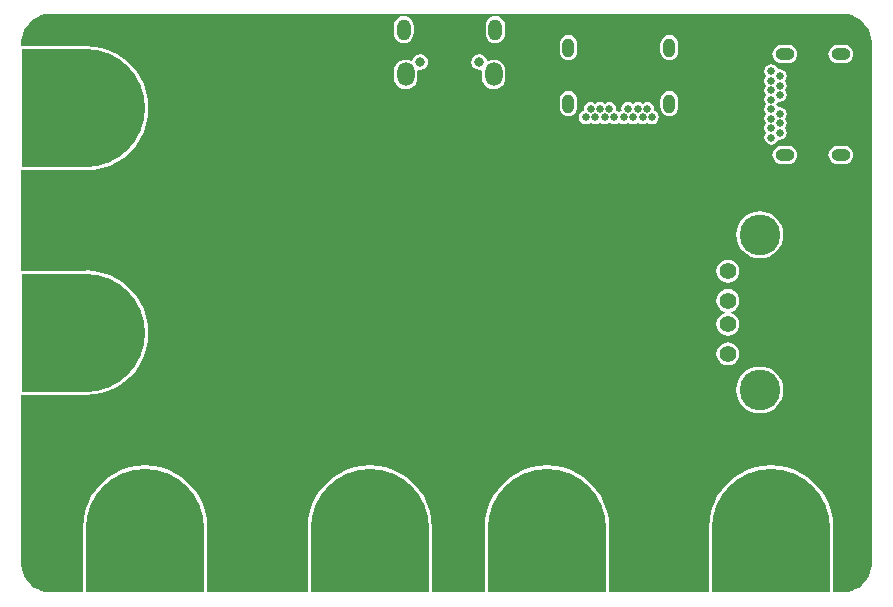
<source format=gbl>
G04 Layer_Physical_Order=2*
G04 Layer_Color=16711680*
%FSLAX25Y25*%
%MOIN*%
G70*
G01*
G75*
%ADD24R,0.39370X0.21654*%
%ADD25R,0.39370X0.21654*%
%ADD27R,0.21654X0.39370*%
%ADD28C,0.05591*%
%ADD29C,0.13583*%
%ADD30C,0.39370*%
%ADD31C,0.02559*%
%ADD32O,0.03937X0.06299*%
%ADD33C,0.03150*%
%ADD34O,0.04528X0.07087*%
%ADD35O,0.05709X0.07874*%
%ADD36O,0.06299X0.03937*%
G36*
X281444Y198613D02*
X282686Y198280D01*
X283873Y197788D01*
X284986Y197146D01*
X286006Y196363D01*
X286914Y195455D01*
X287697Y194435D01*
X288339Y193322D01*
X288831Y192134D01*
X289164Y190893D01*
X289332Y189619D01*
Y188976D01*
Y15748D01*
Y15105D01*
X289164Y13831D01*
X288831Y12590D01*
X288339Y11402D01*
X287697Y10289D01*
X286914Y9270D01*
X286006Y8361D01*
X284986Y7579D01*
X283873Y6936D01*
X282686Y6444D01*
X281444Y6112D01*
X280170Y5944D01*
X279528Y5944D01*
X276610D01*
Y27181D01*
X276635Y27559D01*
X276458Y30265D01*
X275929Y32924D01*
X275057Y35492D01*
X273858Y37924D01*
X272351Y40178D01*
X270563Y42217D01*
X268525Y44005D01*
X266270Y45511D01*
X263838Y46711D01*
X261271Y47582D01*
X258611Y48111D01*
X255906Y48289D01*
X253200Y48111D01*
X250540Y47582D01*
X247973Y46711D01*
X245541Y45511D01*
X243286Y44005D01*
X241248Y42217D01*
X239460Y40178D01*
X237953Y37924D01*
X236754Y35492D01*
X235882Y32924D01*
X235353Y30265D01*
X235176Y27559D01*
X235201Y27181D01*
Y5944D01*
X201807D01*
Y27181D01*
X201832Y27559D01*
X201654Y30265D01*
X201126Y32924D01*
X200254Y35492D01*
X199055Y37924D01*
X197548Y40178D01*
X195760Y42217D01*
X193722Y44005D01*
X191467Y45511D01*
X189035Y46711D01*
X186468Y47582D01*
X183808Y48111D01*
X181102Y48289D01*
X178397Y48111D01*
X175737Y47582D01*
X173170Y46711D01*
X170738Y45511D01*
X168483Y44005D01*
X166445Y42217D01*
X164657Y40178D01*
X163150Y37924D01*
X161951Y35492D01*
X161079Y32924D01*
X160550Y30265D01*
X160373Y27559D01*
X160398Y27181D01*
Y5944D01*
X142752D01*
Y27181D01*
X142777Y27559D01*
X142599Y30265D01*
X142070Y32924D01*
X141199Y35492D01*
X139999Y37924D01*
X138493Y40178D01*
X136705Y42217D01*
X134667Y44005D01*
X132412Y45511D01*
X129980Y46711D01*
X127412Y47582D01*
X124753Y48111D01*
X122047Y48289D01*
X119342Y48111D01*
X116682Y47582D01*
X114114Y46711D01*
X111682Y45511D01*
X109428Y44005D01*
X107389Y42217D01*
X105602Y40178D01*
X104095Y37924D01*
X102896Y35492D01*
X102024Y32924D01*
X101495Y30265D01*
X101318Y27559D01*
X101343Y27180D01*
Y5944D01*
X67949D01*
Y27181D01*
X67974Y27559D01*
X67796Y30265D01*
X67267Y32924D01*
X66396Y35492D01*
X65196Y37924D01*
X63690Y40178D01*
X61902Y42217D01*
X59863Y44005D01*
X57609Y45511D01*
X55177Y46711D01*
X52609Y47582D01*
X49950Y48111D01*
X47244Y48289D01*
X44538Y48111D01*
X41879Y47582D01*
X39311Y46711D01*
X36879Y45511D01*
X34625Y44005D01*
X32586Y42217D01*
X30798Y40178D01*
X29292Y37924D01*
X28093Y35492D01*
X27221Y32924D01*
X26692Y30265D01*
X26515Y27559D01*
X26539Y27181D01*
Y5944D01*
X15105D01*
X13831Y6112D01*
X12590Y6444D01*
X11403Y6936D01*
X10289Y7579D01*
X9270Y8361D01*
X8361Y9270D01*
X7579Y10289D01*
X6936Y11402D01*
X6444Y12590D01*
X6112Y13831D01*
X5944Y15105D01*
Y15748D01*
Y71815D01*
X27181D01*
X27559Y71790D01*
X30265Y71968D01*
X32924Y72497D01*
X35492Y73368D01*
X37924Y74568D01*
X40178Y76074D01*
X42217Y77862D01*
X44005Y79900D01*
X45511Y82155D01*
X46711Y84587D01*
X47582Y87155D01*
X48111Y89814D01*
X48289Y92520D01*
X48111Y95225D01*
X47582Y97885D01*
X46711Y100452D01*
X45511Y102884D01*
X44005Y105139D01*
X42217Y107178D01*
X40178Y108965D01*
X37924Y110472D01*
X35492Y111671D01*
X32924Y112543D01*
X30265Y113072D01*
X27559Y113249D01*
X27181Y113224D01*
X5944D01*
Y146618D01*
X27181D01*
X27559Y146593D01*
X30265Y146771D01*
X32924Y147300D01*
X35492Y148171D01*
X37924Y149371D01*
X40178Y150877D01*
X42217Y152665D01*
X44005Y154704D01*
X45511Y156958D01*
X46711Y159390D01*
X47582Y161958D01*
X48111Y164617D01*
X48289Y167323D01*
X48111Y170029D01*
X47582Y172688D01*
X46711Y175256D01*
X45511Y177688D01*
X44005Y179942D01*
X42217Y181981D01*
X40178Y183769D01*
X37924Y185275D01*
X35492Y186474D01*
X32924Y187346D01*
X30265Y187875D01*
X27559Y188052D01*
X27181Y188028D01*
X5944D01*
Y188976D01*
X5944Y189619D01*
X6112Y190893D01*
X6444Y192134D01*
X6936Y193322D01*
X7579Y194435D01*
X8361Y195455D01*
X9270Y196363D01*
X10289Y197146D01*
X11402Y197788D01*
X12590Y198280D01*
X13831Y198613D01*
X15105Y198780D01*
X280170D01*
X281444Y198613D01*
D02*
G37*
%LPC*%
G36*
X261653Y154766D02*
X259291D01*
X258516Y154664D01*
X257794Y154365D01*
X257174Y153889D01*
X256698Y153269D01*
X256399Y152547D01*
X256297Y151772D01*
X256399Y150997D01*
X256698Y150275D01*
X257174Y149654D01*
X257794Y149179D01*
X258516Y148880D01*
X259291Y148777D01*
X261653D01*
X262428Y148880D01*
X263151Y149179D01*
X263771Y149654D01*
X264247Y150275D01*
X264546Y150997D01*
X264648Y151772D01*
X264546Y152547D01*
X264247Y153269D01*
X263771Y153889D01*
X263151Y154365D01*
X262428Y154664D01*
X261653Y154766D01*
D02*
G37*
G36*
X280276D02*
X277913D01*
X277138Y154664D01*
X276416Y154365D01*
X275796Y153889D01*
X275320Y153269D01*
X275021Y152547D01*
X274919Y151772D01*
X275021Y150997D01*
X275320Y150275D01*
X275796Y149654D01*
X276416Y149179D01*
X277138Y148880D01*
X277913Y148777D01*
X280276D01*
X281050Y148880D01*
X281773Y149179D01*
X282393Y149654D01*
X282869Y150275D01*
X283168Y150997D01*
X283270Y151772D01*
X283168Y152547D01*
X282869Y153269D01*
X282393Y153889D01*
X281773Y154365D01*
X281050Y154664D01*
X280276Y154766D01*
D02*
G37*
G36*
X221937Y173081D02*
X221162Y172979D01*
X220440Y172680D01*
X219820Y172204D01*
X219344Y171584D01*
X219045Y170862D01*
X218943Y170087D01*
Y167724D01*
X219045Y166949D01*
X219344Y166227D01*
X219820Y165607D01*
X220440Y165131D01*
X221162Y164832D01*
X221937Y164730D01*
X222712Y164832D01*
X223434Y165131D01*
X224054Y165607D01*
X224530Y166227D01*
X224829Y166949D01*
X224931Y167724D01*
Y170087D01*
X224829Y170862D01*
X224530Y171584D01*
X224054Y172204D01*
X223434Y172680D01*
X222712Y172979D01*
X221937Y173081D01*
D02*
G37*
G36*
X188315D02*
X187540Y172979D01*
X186818Y172680D01*
X186198Y172204D01*
X185722Y171584D01*
X185423Y170862D01*
X185321Y170087D01*
Y167724D01*
X185423Y166949D01*
X185722Y166227D01*
X186198Y165607D01*
X186818Y165131D01*
X187540Y164832D01*
X188315Y164730D01*
X189090Y164832D01*
X189812Y165131D01*
X190432Y165607D01*
X190908Y166227D01*
X191207Y166949D01*
X191309Y167724D01*
Y170087D01*
X191207Y170862D01*
X190908Y171584D01*
X190432Y172204D01*
X189812Y172680D01*
X189090Y172979D01*
X188315Y173081D01*
D02*
G37*
G36*
X241429Y89328D02*
X240438Y89198D01*
X239515Y88815D01*
X238722Y88207D01*
X238114Y87414D01*
X237732Y86491D01*
X237601Y85500D01*
X237732Y84509D01*
X238114Y83586D01*
X238722Y82793D01*
X239515Y82185D01*
X240438Y81802D01*
X241429Y81672D01*
X242420Y81802D01*
X243343Y82185D01*
X244136Y82793D01*
X244744Y83586D01*
X245127Y84509D01*
X245257Y85500D01*
X245127Y86491D01*
X244744Y87414D01*
X244136Y88207D01*
X243343Y88815D01*
X242420Y89198D01*
X241429Y89328D01*
D02*
G37*
G36*
X252098Y81242D02*
X250571Y81092D01*
X249102Y80647D01*
X247749Y79923D01*
X246562Y78949D01*
X245589Y77763D01*
X244865Y76409D01*
X244420Y74941D01*
X244269Y73413D01*
X244420Y71886D01*
X244865Y70417D01*
X245589Y69064D01*
X246562Y67877D01*
X247749Y66904D01*
X249102Y66180D01*
X250571Y65735D01*
X252098Y65584D01*
X253626Y65735D01*
X255095Y66180D01*
X256448Y66904D01*
X257634Y67877D01*
X258608Y69064D01*
X259331Y70417D01*
X259777Y71886D01*
X259928Y73413D01*
X259777Y74941D01*
X259331Y76409D01*
X258608Y77763D01*
X257634Y78949D01*
X256448Y79923D01*
X255095Y80647D01*
X253626Y81092D01*
X252098Y81242D01*
D02*
G37*
G36*
X241429Y107045D02*
X240438Y106914D01*
X239515Y106532D01*
X238722Y105923D01*
X238114Y105131D01*
X237732Y104207D01*
X237601Y103217D01*
X237732Y102226D01*
X238114Y101303D01*
X238722Y100510D01*
X239515Y99901D01*
X240392Y99538D01*
X240438Y99410D01*
Y99149D01*
X240392Y99021D01*
X239515Y98658D01*
X238722Y98049D01*
X238114Y97256D01*
X237732Y96333D01*
X237601Y95342D01*
X237732Y94352D01*
X238114Y93428D01*
X238722Y92636D01*
X239515Y92027D01*
X240438Y91645D01*
X241429Y91514D01*
X242420Y91645D01*
X243343Y92027D01*
X244136Y92636D01*
X244744Y93428D01*
X245127Y94352D01*
X245257Y95342D01*
X245127Y96333D01*
X244744Y97256D01*
X244136Y98049D01*
X243343Y98658D01*
X242466Y99021D01*
X242420Y99149D01*
Y99410D01*
X242466Y99538D01*
X243343Y99901D01*
X244136Y100510D01*
X244744Y101303D01*
X245127Y102226D01*
X245257Y103217D01*
X245127Y104207D01*
X244744Y105131D01*
X244136Y105923D01*
X243343Y106532D01*
X242420Y106914D01*
X241429Y107045D01*
D02*
G37*
G36*
X252098Y132975D02*
X250571Y132824D01*
X249102Y132379D01*
X247749Y131655D01*
X246562Y130682D01*
X245589Y129495D01*
X244865Y128142D01*
X244420Y126673D01*
X244269Y125146D01*
X244420Y123618D01*
X244865Y122150D01*
X245589Y120796D01*
X246562Y119610D01*
X247749Y118636D01*
X249102Y117913D01*
X250571Y117467D01*
X252098Y117317D01*
X253626Y117467D01*
X255095Y117913D01*
X256448Y118636D01*
X257634Y119610D01*
X258608Y120796D01*
X259331Y122150D01*
X259777Y123618D01*
X259928Y125146D01*
X259777Y126673D01*
X259331Y128142D01*
X258608Y129495D01*
X257634Y130682D01*
X256448Y131655D01*
X255095Y132379D01*
X253626Y132824D01*
X252098Y132975D01*
D02*
G37*
G36*
X241429Y116887D02*
X240438Y116757D01*
X239515Y116374D01*
X238722Y115766D01*
X238114Y114973D01*
X237732Y114050D01*
X237601Y113059D01*
X237732Y112068D01*
X238114Y111145D01*
X238722Y110352D01*
X239515Y109744D01*
X240438Y109362D01*
X241429Y109231D01*
X242420Y109362D01*
X243343Y109744D01*
X244136Y110352D01*
X244744Y111145D01*
X245127Y112068D01*
X245257Y113059D01*
X245127Y114050D01*
X244744Y114973D01*
X244136Y115766D01*
X243343Y116374D01*
X242420Y116757D01*
X241429Y116887D01*
D02*
G37*
G36*
X188315Y191703D02*
X187540Y191601D01*
X186818Y191302D01*
X186198Y190826D01*
X185722Y190206D01*
X185423Y189484D01*
X185321Y188709D01*
Y186346D01*
X185423Y185572D01*
X185722Y184849D01*
X186198Y184229D01*
X186818Y183754D01*
X187540Y183454D01*
X188315Y183352D01*
X189090Y183454D01*
X189812Y183754D01*
X190432Y184229D01*
X190908Y184849D01*
X191207Y185572D01*
X191309Y186346D01*
Y188709D01*
X191207Y189484D01*
X190908Y190206D01*
X190432Y190826D01*
X189812Y191302D01*
X189090Y191601D01*
X188315Y191703D01*
D02*
G37*
G36*
X138858Y185361D02*
X138760Y185342D01*
X138659D01*
X138045Y185220D01*
X137677Y185067D01*
X137156Y184719D01*
X137156Y184719D01*
X136875Y184438D01*
X136875Y184438D01*
X136527Y183917D01*
X136375Y183550D01*
X136345Y183401D01*
X136260Y183320D01*
X135782Y183133D01*
X135042Y183440D01*
X134035Y183573D01*
X133029Y183440D01*
X132092Y183052D01*
X131287Y182434D01*
X130669Y181629D01*
X130280Y180691D01*
X130148Y179685D01*
Y177520D01*
X130280Y176514D01*
X130669Y175576D01*
X131287Y174771D01*
X132092Y174153D01*
X133029Y173765D01*
X134035Y173632D01*
X135042Y173765D01*
X135979Y174153D01*
X136784Y174771D01*
X137402Y175576D01*
X137791Y176514D01*
X137923Y177520D01*
Y179685D01*
X137909Y179788D01*
X138361Y180190D01*
X138659Y180131D01*
X138760D01*
X138858Y180111D01*
X138957Y180131D01*
X139057D01*
X139672Y180253D01*
X140039Y180405D01*
X140560Y180753D01*
X140560Y180753D01*
X140841Y181034D01*
X140841Y181034D01*
X141190Y181555D01*
X141342Y181923D01*
X141464Y182537D01*
Y182935D01*
X141342Y183550D01*
X141190Y183917D01*
X140841Y184438D01*
X140841Y184438D01*
X140560Y184719D01*
X140560Y184719D01*
X140039Y185067D01*
X139672Y185220D01*
X139057Y185342D01*
X138957D01*
X138858Y185361D01*
D02*
G37*
G36*
X221937Y191703D02*
X221162Y191601D01*
X220440Y191302D01*
X219820Y190826D01*
X219344Y190206D01*
X219045Y189484D01*
X218943Y188709D01*
Y186346D01*
X219045Y185572D01*
X219344Y184849D01*
X219820Y184229D01*
X220440Y183754D01*
X221162Y183454D01*
X221937Y183352D01*
X222712Y183454D01*
X223434Y183754D01*
X224054Y184229D01*
X224530Y184849D01*
X224829Y185572D01*
X224931Y186346D01*
Y188709D01*
X224829Y189484D01*
X224530Y190206D01*
X224054Y190826D01*
X223434Y191302D01*
X222712Y191601D01*
X221937Y191703D01*
D02*
G37*
G36*
X163957Y198134D02*
X163105Y198022D01*
X162311Y197693D01*
X161629Y197170D01*
X161106Y196488D01*
X160777Y195694D01*
X160665Y194843D01*
Y192283D01*
X160777Y191431D01*
X161106Y190638D01*
X161629Y189956D01*
X162311Y189433D01*
X163105Y189104D01*
X163957Y188991D01*
X164809Y189104D01*
X165603Y189433D01*
X166284Y189956D01*
X166808Y190638D01*
X167137Y191431D01*
X167249Y192283D01*
Y194843D01*
X167137Y195694D01*
X166808Y196488D01*
X166284Y197170D01*
X165603Y197693D01*
X164809Y198022D01*
X163957Y198134D01*
D02*
G37*
G36*
X133445D02*
X132593Y198022D01*
X131799Y197693D01*
X131117Y197170D01*
X130594Y196488D01*
X130265Y195694D01*
X130153Y194843D01*
Y192283D01*
X130265Y191431D01*
X130594Y190638D01*
X131117Y189956D01*
X131799Y189433D01*
X132593Y189104D01*
X133445Y188991D01*
X134297Y189104D01*
X135091Y189433D01*
X135773Y189956D01*
X136296Y190638D01*
X136625Y191431D01*
X136737Y192283D01*
Y194843D01*
X136625Y195694D01*
X136296Y196488D01*
X135773Y197170D01*
X135091Y197693D01*
X134297Y198022D01*
X133445Y198134D01*
D02*
G37*
G36*
X255945Y181930D02*
X255055Y181754D01*
X254301Y181250D01*
X253798Y180496D01*
X253621Y179606D01*
X253798Y178717D01*
X254256Y178032D01*
X253798Y177346D01*
X253621Y176457D01*
X253798Y175567D01*
X254256Y174882D01*
X253798Y174197D01*
X253621Y173307D01*
X253798Y172418D01*
X254256Y171732D01*
X253798Y171047D01*
X253621Y170158D01*
X253798Y169268D01*
X254256Y168583D01*
X253798Y167897D01*
X253621Y167008D01*
X253798Y166119D01*
X254256Y165433D01*
X253798Y164748D01*
X253621Y163858D01*
X253798Y162969D01*
X254256Y162284D01*
X253798Y161598D01*
X253621Y160709D01*
X253798Y159819D01*
X254256Y159134D01*
X253798Y158449D01*
X253621Y157559D01*
X253798Y156670D01*
X254301Y155916D01*
X255055Y155412D01*
X255945Y155235D01*
X256834Y155412D01*
X257588Y155916D01*
X258092Y156670D01*
X258142Y156921D01*
X258701Y156810D01*
X259590Y156987D01*
X260344Y157490D01*
X260848Y158244D01*
X261025Y159134D01*
X260848Y160023D01*
X260390Y160709D01*
X260848Y161394D01*
X261025Y162284D01*
X260848Y163173D01*
X260390Y163858D01*
X260848Y164544D01*
X261025Y165433D01*
X260848Y166323D01*
X260344Y167077D01*
X259590Y167580D01*
X258701Y167757D01*
X258142Y167646D01*
X258092Y167897D01*
X257634Y168583D01*
X258092Y169268D01*
X258142Y169519D01*
X258701Y169408D01*
X259590Y169585D01*
X260344Y170089D01*
X260848Y170843D01*
X261025Y171732D01*
X260848Y172622D01*
X260390Y173307D01*
X260848Y173993D01*
X261025Y174882D01*
X260848Y175771D01*
X260390Y176457D01*
X260848Y177142D01*
X261025Y178032D01*
X260848Y178921D01*
X260344Y179675D01*
X259590Y180179D01*
X258701Y180356D01*
X258142Y180245D01*
X258092Y180496D01*
X257588Y181250D01*
X256834Y181754D01*
X255945Y181930D01*
D02*
G37*
G36*
X214575Y169458D02*
X213685Y169281D01*
X213000Y168823D01*
X212315Y169281D01*
X211425Y169458D01*
X210536Y169281D01*
X209850Y168823D01*
X209165Y169281D01*
X208276Y169458D01*
X207386Y169281D01*
X206632Y168777D01*
X206128Y168023D01*
X205951Y167134D01*
X206063Y166575D01*
X205811Y166525D01*
X205126Y166067D01*
X204441Y166525D01*
X204189Y166575D01*
X204301Y167134D01*
X204124Y168023D01*
X203620Y168777D01*
X202866Y169281D01*
X201976Y169458D01*
X201087Y169281D01*
X200402Y168823D01*
X199716Y169281D01*
X198827Y169458D01*
X197937Y169281D01*
X197252Y168823D01*
X196567Y169281D01*
X195677Y169458D01*
X194788Y169281D01*
X194034Y168777D01*
X193530Y168023D01*
X193353Y167134D01*
X193464Y166575D01*
X193213Y166525D01*
X192459Y166021D01*
X191955Y165267D01*
X191778Y164378D01*
X191955Y163488D01*
X192459Y162734D01*
X193213Y162231D01*
X194102Y162054D01*
X194992Y162231D01*
X195677Y162689D01*
X196362Y162231D01*
X197252Y162054D01*
X198141Y162231D01*
X198827Y162689D01*
X199512Y162231D01*
X200402Y162054D01*
X201291Y162231D01*
X201976Y162689D01*
X202662Y162231D01*
X203551Y162054D01*
X204441Y162231D01*
X205126Y162689D01*
X205811Y162231D01*
X206701Y162054D01*
X207590Y162231D01*
X208276Y162689D01*
X208961Y162231D01*
X209850Y162054D01*
X210740Y162231D01*
X211425Y162689D01*
X212111Y162231D01*
X213000Y162054D01*
X213889Y162231D01*
X214575Y162689D01*
X215260Y162231D01*
X216150Y162054D01*
X217039Y162231D01*
X217793Y162734D01*
X218297Y163488D01*
X218474Y164378D01*
X218297Y165267D01*
X217793Y166021D01*
X217039Y166525D01*
X216788Y166575D01*
X216899Y167134D01*
X216722Y168023D01*
X216218Y168777D01*
X215464Y169281D01*
X214575Y169458D01*
D02*
G37*
G36*
X158543Y185361D02*
X158445Y185342D01*
X158344D01*
X157730Y185220D01*
X157362Y185067D01*
X156842Y184719D01*
X156842Y184719D01*
X156560Y184438D01*
X156560Y184438D01*
X156212Y183917D01*
X156060Y183550D01*
X155938Y182935D01*
Y182537D01*
X156060Y181923D01*
X156212Y181555D01*
X156560Y181034D01*
X156560Y181034D01*
X156842Y180753D01*
X156842Y180753D01*
X157362Y180405D01*
X157730Y180253D01*
X158344Y180131D01*
X158445D01*
X158543Y180111D01*
X158642Y180131D01*
X158742D01*
X159041Y180190D01*
X159492Y179788D01*
X159478Y179685D01*
Y177520D01*
X159611Y176514D01*
X159999Y175576D01*
X160617Y174771D01*
X161422Y174153D01*
X162360Y173765D01*
X163366Y173632D01*
X164372Y173765D01*
X165310Y174153D01*
X166115Y174771D01*
X166733Y175576D01*
X167121Y176514D01*
X167254Y177520D01*
Y179685D01*
X167121Y180691D01*
X166733Y181629D01*
X166115Y182434D01*
X165310Y183052D01*
X164372Y183440D01*
X163366Y183573D01*
X162360Y183440D01*
X161619Y183133D01*
X161141Y183320D01*
X161056Y183401D01*
X161027Y183550D01*
X160874Y183917D01*
X160526Y184438D01*
X160526Y184438D01*
X160245Y184719D01*
X160245Y184719D01*
X159724Y185067D01*
X159357Y185220D01*
X158742Y185342D01*
X158642D01*
X158543Y185361D01*
D02*
G37*
G36*
X280276Y188388D02*
X277913D01*
X277138Y188286D01*
X276416Y187987D01*
X275796Y187511D01*
X275320Y186891D01*
X275021Y186169D01*
X274919Y185394D01*
X275021Y184619D01*
X275320Y183897D01*
X275796Y183276D01*
X276416Y182801D01*
X277138Y182502D01*
X277913Y182400D01*
X280276D01*
X281050Y182502D01*
X281773Y182801D01*
X282393Y183276D01*
X282869Y183897D01*
X283168Y184619D01*
X283270Y185394D01*
X283168Y186169D01*
X282869Y186891D01*
X282393Y187511D01*
X281773Y187987D01*
X281050Y188286D01*
X280276Y188388D01*
D02*
G37*
G36*
X261653D02*
X259291D01*
X258516Y188286D01*
X257794Y187987D01*
X257174Y187511D01*
X256698Y186891D01*
X256399Y186169D01*
X256297Y185394D01*
X256399Y184619D01*
X256698Y183897D01*
X257174Y183276D01*
X257794Y182801D01*
X258516Y182502D01*
X259291Y182400D01*
X261653D01*
X262428Y182502D01*
X263151Y182801D01*
X263771Y183276D01*
X264247Y183897D01*
X264546Y184619D01*
X264648Y185394D01*
X264546Y186169D01*
X264247Y186891D01*
X263771Y187511D01*
X263151Y187987D01*
X262428Y188286D01*
X261653Y188388D01*
D02*
G37*
%LPD*%
D24*
X47244Y16732D02*
D03*
D25*
X122047D02*
D03*
X181102D02*
D03*
X255906D02*
D03*
D27*
X16732Y167323D02*
D03*
Y92520D02*
D03*
D28*
X241429Y103217D02*
D03*
Y95342D02*
D03*
Y113059D02*
D03*
Y85500D02*
D03*
D29*
X252098Y73413D02*
D03*
Y125146D02*
D03*
D30*
X47244Y27559D02*
D03*
X255906D02*
D03*
X181102D02*
D03*
X122047D02*
D03*
X27559Y92520D02*
D03*
X27559Y167323D02*
D03*
D31*
X206701Y164378D02*
D03*
X203551D02*
D03*
X209850D02*
D03*
X200402D02*
D03*
X213000D02*
D03*
X197252D02*
D03*
X216150D02*
D03*
X194102D02*
D03*
X208276Y167134D02*
D03*
X201976D02*
D03*
X211425D02*
D03*
X198827D02*
D03*
X214575D02*
D03*
X195677D02*
D03*
X255945Y167008D02*
D03*
Y170158D02*
D03*
Y163858D02*
D03*
Y173307D02*
D03*
Y160709D02*
D03*
Y176457D02*
D03*
Y157559D02*
D03*
Y179606D02*
D03*
X258701Y165433D02*
D03*
Y171732D02*
D03*
Y162284D02*
D03*
Y174882D02*
D03*
Y159134D02*
D03*
Y178032D02*
D03*
D32*
X188315Y168905D02*
D03*
X221937D02*
D03*
X188315Y187528D02*
D03*
X221937D02*
D03*
D33*
X138858Y182736D02*
D03*
X158543D02*
D03*
D34*
X133445Y193563D02*
D03*
X163957D02*
D03*
D35*
X134035Y178602D02*
D03*
X163366D02*
D03*
D36*
X260472Y185394D02*
D03*
Y151772D02*
D03*
X279095Y185394D02*
D03*
Y151772D02*
D03*
M02*

</source>
